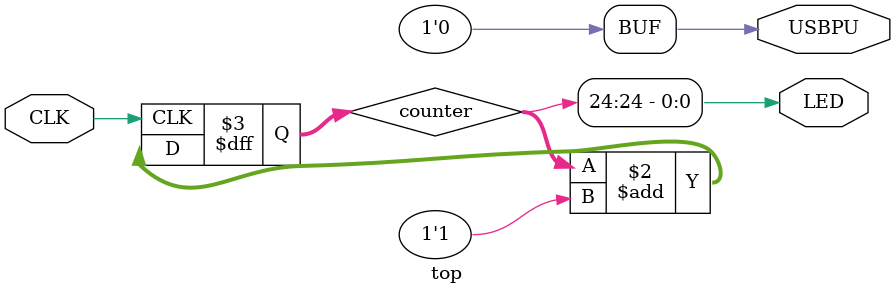
<source format=v>
/*

Basic LED blinker

*/

`default_nettype none

module top (
  input CLK,    // 16MHz clock for TinyFPGA-BX
  output LED,   // User/boot LED next to power LED
  output USBPU  // USB pull-up resistor
);

  // drive USB pull-up resistor to '0' to disable USB
  assign USBPU = 1'b0;

  reg [24:0] counter;
  always @(posedge CLK) counter <= counter + 1'b1;

  assign LED = counter[24];  // ~1.907 seconds

endmodule

</source>
